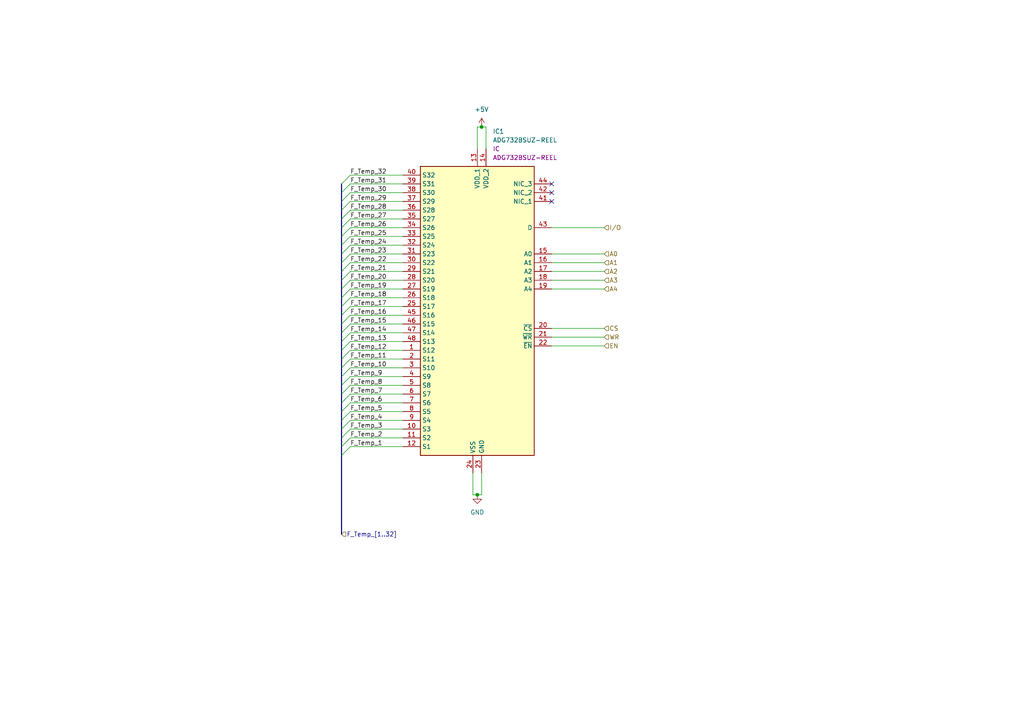
<source format=kicad_sch>
(kicad_sch (version 20230121) (generator eeschema)
  (paper "A4")
  (lib_symbols
    (symbol "ADG732BSUZ-REEL_1"
      (property "Reference" "IC" (at 0 0 0))
      (property "Value" "ADG732BSUZ-REEL" (at -46.99 -1.27 0))
      (property "Reference_1" "IC" (at 39.37 17.78 0))
      (property "Value_1" "ADG732BSUZ-REEL" (at 39.37 15.24 0))
      (symbol "ADG732BSUZ-REEL_1_1_1"
        (rectangle (start 5.08 5.08) (end 38.1 -78.74) (stroke (width 0.254)) (fill (type background)))
        (pin passive line (at 0 -48.26 0) (length 5.08) (name "S12") (number "1"))
        (pin passive line (at 0 -71.12 0) (length 5.08) (name "S3") (number "10"))
        (pin passive line (at 0 -73.66 0) (length 5.08) (name "S2") (number "11"))
        (pin passive line (at 0 -76.2 0) (length 5.08) (name "S1") (number "12"))
        (pin passive line (at 21.59 10.16 270) (length 5.08) (name "VDD_1") (number "13"))
        (pin passive line (at 24.13 10.16 270) (length 5.08) (name "VDD_2") (number "14"))
        (pin passive line (at 43.18 -20.32 180) (length 5.08) (name "A0") (number "15"))
        (pin passive line (at 43.18 -22.86 180) (length 5.08) (name "A1") (number "16"))
        (pin passive line (at 43.18 -25.4 180) (length 5.08) (name "A2") (number "17"))
        (pin passive line (at 43.18 -27.94 180) (length 5.08) (name "A3") (number "18"))
        (pin passive line (at 43.18 -30.48 180) (length 5.08) (name "A4") (number "19"))
        (pin passive line (at 0 -50.8 0) (length 5.08) (name "S11") (number "2"))
        (pin passive line (at 43.18 -41.91 180) (length 5.08) (name "~{CS}") (number "20"))
        (pin passive line (at 43.18 -44.45 180) (length 5.08) (name "~{WR}") (number "21"))
        (pin passive line (at 43.18 -46.99 180) (length 5.08) (name "~{EN}") (number "22"))
        (pin passive line (at 22.86 -83.82 90) (length 5.08) (name "GND") (number "23"))
        (pin passive line (at 20.32 -83.82 90) (length 5.08) (name "VSS") (number "24"))
        (pin passive line (at 0 -35.56 0) (length 5.08) (name "S17") (number "25"))
        (pin passive line (at 0 -33.02 0) (length 5.08) (name "S18") (number "26"))
        (pin passive line (at 0 -30.48 0) (length 5.08) (name "S19") (number "27"))
        (pin passive line (at 0 -27.94 0) (length 5.08) (name "S20") (number "28"))
        (pin passive line (at 0 -25.4 0) (length 5.08) (name "S21") (number "29"))
        (pin passive line (at 0 -53.34 0) (length 5.08) (name "S10") (number "3"))
        (pin passive line (at 0 -22.86 0) (length 5.08) (name "S22") (number "30"))
        (pin passive line (at 0 -20.32 0) (length 5.08) (name "S23") (number "31"))
        (pin passive line (at 0 -17.78 0) (length 5.08) (name "S24") (number "32"))
        (pin passive line (at 0 -15.24 0) (length 5.08) (name "S25") (number "33"))
        (pin passive line (at 0 -12.7 0) (length 5.08) (name "S26") (number "34"))
        (pin passive line (at 0 -10.16 0) (length 5.08) (name "S27") (number "35"))
        (pin passive line (at 0 -7.62 0) (length 5.08) (name "S28") (number "36"))
        (pin passive line (at 0 -5.08 0) (length 5.08) (name "S29") (number "37"))
        (pin passive line (at 0 -2.54 0) (length 5.08) (name "S30") (number "38"))
        (pin passive line (at 0 0 0) (length 5.08) (name "S31") (number "39"))
        (pin passive line (at 0 -55.88 0) (length 5.08) (name "S9") (number "4"))
        (pin passive line (at 0 2.54 0) (length 5.08) (name "S32") (number "40"))
        (pin passive line (at 43.18 -5.08 180) (length 5.08) (name "NIC_1") (number "41"))
        (pin passive line (at 43.18 -2.54 180) (length 5.08) (name "NIC_2") (number "42"))
        (pin passive line (at 43.18 -12.7 180) (length 5.08) (name "D") (number "43"))
        (pin passive line (at 43.18 0 180) (length 5.08) (name "NIC_3") (number "44"))
        (pin passive line (at 0 -38.1 0) (length 5.08) (name "S16") (number "45"))
        (pin passive line (at 0 -40.64 0) (length 5.08) (name "S15") (number "46"))
        (pin passive line (at 0 -43.18 0) (length 5.08) (name "S14") (number "47"))
        (pin passive line (at 0 -45.72 0) (length 5.08) (name "S13") (number "48"))
        (pin passive line (at 0 -58.42 0) (length 5.08) (name "S8") (number "5"))
        (pin passive line (at 0 -60.96 0) (length 5.08) (name "S7") (number "6"))
        (pin passive line (at 0 -63.5 0) (length 5.08) (name "S6") (number "7"))
        (pin passive line (at 0 -66.04 0) (length 5.08) (name "S5") (number "8"))
        (pin passive line (at 0 -68.58 0) (length 5.08) (name "S4") (number "9"))
      )
    )
    (symbol "PCM_4ms_Power-symbol:+5V" (power) (pin_names (offset 0))
      (property "Value" "+5V" (at 0 3.556 0))
      (symbol "+5V_0_1"
        (polyline (pts (xy -0.762 1.27) (xy 0 2.54)))
        (polyline (pts (xy 0 0) (xy 0 2.54)))
        (polyline (pts (xy 0 2.54) (xy 0.762 1.27)))
      )
      (symbol "+5V_1_1"
        (pin power_in line (at 0 0 90) (length 0) hide (name "+5V") (number "1"))
      )
    )
    (symbol "PCM_4ms_Power-symbol:GND" (power) (pin_names (offset 0))
      (property "Value" "GND" (at 0 -3.81 0))
      (symbol "GND_0_1"
        (polyline (pts (xy 0 0) (xy 0 -1.27) (xy 1.27 -1.27) (xy 0 -2.54) (xy -1.27 -1.27) (xy 0 -1.27)))
      )
      (symbol "GND_1_1"
        (pin power_in line (at 0 0 270) (length 0) hide (name "GND") (number "1"))
      )
    )
  )
  (junction (at 138.43 143.51))
  (junction (at 139.7 36.83))
  (no_connect (at 160.02 58.42))
  (no_connect (at 160.02 53.34))
  (no_connect (at 160.02 55.88))
  (bus_entry (at 101.6 104.14) (size -2.54 2.54))
  (bus_entry (at 101.6 83.82) (size -2.54 2.54))
  (bus_entry (at 101.6 68.58) (size -2.54 2.54))
  (bus_entry (at 101.6 106.68) (size -2.54 2.54))
  (bus_entry (at 101.6 71.12) (size -2.54 2.54))
  (bus_entry (at 101.6 93.98) (size -2.54 2.54))
  (bus_entry (at 101.6 101.6) (size -2.54 2.54))
  (bus_entry (at 101.6 78.74) (size -2.54 2.54))
  (bus_entry (at 101.6 50.8) (size -2.54 2.54))
  (bus_entry (at 101.6 58.42) (size -2.54 2.54))
  (bus_entry (at 101.6 129.54) (size -2.54 2.54))
  (bus_entry (at 101.6 99.06) (size -2.54 2.54))
  (bus_entry (at 101.6 119.38) (size -2.54 2.54))
  (bus_entry (at 101.6 109.22) (size -2.54 2.54))
  (bus_entry (at 101.6 116.84) (size -2.54 2.54))
  (bus_entry (at 101.6 73.66) (size -2.54 2.54))
  (bus_entry (at 101.6 66.04) (size -2.54 2.54))
  (bus_entry (at 101.6 88.9) (size -2.54 2.54))
  (bus_entry (at 101.6 86.36) (size -2.54 2.54))
  (bus_entry (at 101.6 127) (size -2.54 2.54))
  (bus_entry (at 101.6 121.92) (size -2.54 2.54))
  (bus_entry (at 101.6 81.28) (size -2.54 2.54))
  (bus_entry (at 101.6 114.3) (size -2.54 2.54))
  (bus_entry (at 101.6 53.34) (size -2.54 2.54))
  (bus_entry (at 101.6 96.52) (size -2.54 2.54))
  (bus_entry (at 101.6 55.88) (size -2.54 2.54))
  (bus_entry (at 101.6 91.44) (size -2.54 2.54))
  (bus_entry (at 101.6 60.96) (size -2.54 2.54))
  (bus_entry (at 101.6 63.5) (size -2.54 2.54))
  (bus_entry (at 101.6 111.76) (size -2.54 2.54))
  (bus_entry (at 101.6 124.46) (size -2.54 2.54))
  (bus_entry (at 101.6 76.2) (size -2.54 2.54))
  (bus (pts (xy 99.06 68.58) (xy 99.06 71.12)))
  (wire (pts (xy 138.43 43.18) (xy 138.43 36.83)))
  (bus (pts (xy 99.06 83.82) (xy 99.06 86.36)))
  (wire (pts (xy 116.84 127) (xy 101.6 127)))
  (wire (pts (xy 160.02 73.66) (xy 175.26 73.66)))
  (wire (pts (xy 116.84 124.46) (xy 101.6 124.46)))
  (bus (pts (xy 99.06 73.66) (xy 99.06 76.2)))
  (wire (pts (xy 116.84 55.88) (xy 101.6 55.88)))
  (wire (pts (xy 116.84 53.34) (xy 101.6 53.34)))
  (bus (pts (xy 99.06 124.46) (xy 99.06 127)))
  (wire (pts (xy 116.84 96.52) (xy 101.6 96.52)))
  (bus (pts (xy 99.06 132.08) (xy 99.06 154.94)))
  (bus (pts (xy 99.06 111.76) (xy 99.06 114.3)))
  (wire (pts (xy 116.84 104.14) (xy 101.6 104.14)))
  (wire (pts (xy 116.84 73.66) (xy 101.6 73.66)))
  (wire (pts (xy 160.02 83.82) (xy 175.26 83.82)))
  (wire (pts (xy 116.84 60.96) (xy 101.6 60.96)))
  (bus (pts (xy 99.06 106.68) (xy 99.06 109.22)))
  (bus (pts (xy 99.06 101.6) (xy 99.06 104.14)))
  (wire (pts (xy 160.02 97.79) (xy 175.26 97.79)))
  (bus (pts (xy 99.06 91.44) (xy 99.06 93.98)))
  (bus (pts (xy 99.06 93.98) (xy 99.06 96.52)))
  (bus (pts (xy 99.06 114.3) (xy 99.06 116.84)))
  (bus (pts (xy 99.06 88.9) (xy 99.06 91.44)))
  (wire (pts (xy 116.84 63.5) (xy 101.6 63.5)))
  (wire (pts (xy 160.02 76.2) (xy 175.26 76.2)))
  (wire (pts (xy 116.84 101.6) (xy 101.6 101.6)))
  (bus (pts (xy 99.06 86.36) (xy 99.06 88.9)))
  (wire (pts (xy 116.84 106.68) (xy 101.6 106.68)))
  (wire (pts (xy 116.84 78.74) (xy 101.6 78.74)))
  (wire (pts (xy 138.43 36.83) (xy 139.7 36.83)))
  (wire (pts (xy 138.43 143.51) (xy 139.7 143.51)))
  (wire (pts (xy 116.84 99.06) (xy 101.6 99.06)))
  (bus (pts (xy 99.06 63.5) (xy 99.06 66.04)))
  (bus (pts (xy 99.06 58.42) (xy 99.06 60.96)))
  (wire (pts (xy 116.84 68.58) (xy 101.6 68.58)))
  (bus (pts (xy 99.06 129.54) (xy 99.06 132.08)))
  (wire (pts (xy 116.84 114.3) (xy 101.6 114.3)))
  (wire (pts (xy 160.02 100.33) (xy 175.26 100.33)))
  (bus (pts (xy 99.06 109.22) (xy 99.06 111.76)))
  (wire (pts (xy 160.02 95.25) (xy 175.26 95.25)))
  (wire (pts (xy 116.84 119.38) (xy 101.6 119.38)))
  (bus (pts (xy 99.06 53.34) (xy 99.06 55.88)))
  (bus (pts (xy 99.06 99.06) (xy 99.06 101.6)))
  (wire (pts (xy 137.16 143.51) (xy 138.43 143.51)))
  (bus (pts (xy 99.06 104.14) (xy 99.06 106.68)))
  (wire (pts (xy 116.84 71.12) (xy 101.6 71.12)))
  (wire (pts (xy 116.84 58.42) (xy 101.6 58.42)))
  (wire (pts (xy 160.02 81.28) (xy 175.26 81.28)))
  (bus (pts (xy 99.06 66.04) (xy 99.06 68.58)))
  (wire (pts (xy 116.84 88.9) (xy 101.6 88.9)))
  (bus (pts (xy 99.06 76.2) (xy 99.06 78.74)))
  (wire (pts (xy 116.84 109.22) (xy 101.6 109.22)))
  (wire (pts (xy 160.02 78.74) (xy 175.26 78.74)))
  (bus (pts (xy 99.06 121.92) (xy 99.06 124.46)))
  (wire (pts (xy 116.84 81.28) (xy 101.6 81.28)))
  (bus (pts (xy 99.06 55.88) (xy 99.06 58.42)))
  (wire (pts (xy 160.02 66.04) (xy 175.26 66.04)))
  (wire (pts (xy 116.84 76.2) (xy 101.6 76.2)))
  (wire (pts (xy 116.84 111.76) (xy 101.6 111.76)))
  (wire (pts (xy 140.97 43.18) (xy 140.97 36.83)))
  (bus (pts (xy 99.06 119.38) (xy 99.06 121.92)))
  (wire (pts (xy 116.84 91.44) (xy 101.6 91.44)))
  (bus (pts (xy 99.06 78.74) (xy 99.06 81.28)))
  (wire (pts (xy 116.84 121.92) (xy 101.6 121.92)))
  (bus (pts (xy 99.06 81.28) (xy 99.06 83.82)))
  (wire (pts (xy 116.84 116.84) (xy 101.6 116.84)))
  (wire (pts (xy 137.16 137.16) (xy 137.16 143.51)))
  (bus (pts (xy 99.06 127) (xy 99.06 129.54)))
  (wire (pts (xy 116.84 93.98) (xy 101.6 93.98)))
  (wire (pts (xy 116.84 66.04) (xy 101.6 66.04)))
  (bus (pts (xy 99.06 71.12) (xy 99.06 73.66)))
  (bus (pts (xy 99.06 116.84) (xy 99.06 119.38)))
  (wire (pts (xy 116.84 83.82) (xy 101.6 83.82)))
  (wire (pts (xy 116.84 86.36) (xy 101.6 86.36)))
  (wire (pts (xy 116.84 129.54) (xy 101.6 129.54)))
  (wire (pts (xy 140.97 36.83) (xy 139.7 36.83)))
  (wire (pts (xy 116.84 50.8) (xy 101.6 50.8)))
  (bus (pts (xy 99.06 96.52) (xy 99.06 99.06)))
  (bus (pts (xy 99.06 60.96) (xy 99.06 63.5)))
  (wire (pts (xy 139.7 137.16) (xy 139.7 143.51)))
  (label "F_Temp_10" (at 101.6 106.68 0))
  (label "F_Temp_2" (at 101.6 127 0))
  (label "F_Temp_3" (at 101.6 124.46 0))
  (label "F_Temp_24" (at 101.6 71.12 0))
  (label "F_Temp_23" (at 101.6 73.66 0))
  (label "F_Temp_11" (at 101.6 104.14 0))
  (label "F_Temp_18" (at 101.6 86.36 0))
  (label "F_Temp_28" (at 101.6 60.96 0))
  (label "F_Temp_21" (at 101.6 78.74 0))
  (label "F_Temp_26" (at 101.6 66.04 0))
  (label "F_Temp_30" (at 101.6 55.88 0))
  (label "F_Temp_25" (at 101.6 68.58 0))
  (label "F_Temp_4" (at 101.6 121.92 0))
  (label "F_Temp_1" (at 101.6 129.54 0))
  (label "F_Temp_7" (at 101.6 114.3 0))
  (label "F_Temp_27" (at 101.6 63.5 0))
  (label "F_Temp_8" (at 101.6 111.76 0))
  (label "F_Temp_15" (at 101.6 93.98 0))
  (label "F_Temp_22" (at 101.6 76.2 0))
  (label "F_Temp_12" (at 101.6 101.6 0))
  (label "F_Temp_14" (at 101.6 96.52 0))
  (label "F_Temp_9" (at 101.6 109.22 0))
  (label "F_Temp_19" (at 101.6 83.82 0))
  (label "F_Temp_32" (at 101.6 50.8 0))
  (label "F_Temp_16" (at 101.6 91.44 0))
  (label "F_Temp_20" (at 101.6 81.28 0))
  (label "F_Temp_17" (at 101.6 88.9 0))
  (label "F_Temp_13" (at 101.6 99.06 0))
  (label "F_Temp_6" (at 101.6 116.84 0))
  (label "F_Temp_5" (at 101.6 119.38 0))
  (label "F_Temp_31" (at 101.6 53.34 0))
  (label "F_Temp_29" (at 101.6 58.42 0))
  (hierarchical_label "A2" (shape input) (at 175.26 78.74 0))
  (hierarchical_label "I{slash}O" (shape input) (at 175.26 66.04 0))
  (hierarchical_label "CS" (shape input) (at 175.26 95.25 0))
  (hierarchical_label "A4" (shape input) (at 175.26 83.82 0))
  (hierarchical_label "A1" (shape input) (at 175.26 76.2 0))
  (hierarchical_label "WR" (shape input) (at 175.26 97.79 0))
  (hierarchical_label "EN" (shape input) (at 175.26 100.33 0))
  (hierarchical_label "A3" (shape input) (at 175.26 81.28 0))
  (hierarchical_label "F_Temp_[1..32]" (shape input) (at 99.06 154.94 0))
  (hierarchical_label "A0" (shape input) (at 175.26 73.66 0))
  (symbol (lib_id "PCM_4ms_Power-symbol:GND") (at 138.43 143.51 0) (unit 1)
    (property "Reference" "#PWR06" (effects hide))
    (property "Value" "GND" (at 138.43 148.59 0))
  )
  (symbol (lib_name "ADG732BSUZ-REEL_1") (lib_id "NTC_Board:ADG732BSUZ-REEL") (at 116.84 53.34 0) (unit 1)
    (property "Reference" "IC1" (at 142.9259 38.1 0) (effects (justify left)))
    (property "Value" "ADG732BSUZ-REEL" (at 142.9259 40.64 0) (effects (justify left)))
    (property "Footprint" "Custom:QFP50P900X900X120-48N" (effects hide))
    (property "Reference_1" "IC" (at 142.9259 43.18 0) (effects (justify left)))
    (property "Value_1" "ADG732BSUZ-REEL" (at 142.9259 45.72 0) (effects (justify left)))
    (property "Footprint_1" "QFP50P900X900X120-48N" (effects hide))
    (property "Datasheet_1" "https://componentsearchengine.com/Datasheets/1/ADG732BSUZ-REEL.pdf" (effects hide))
    (property "Height" "1.2" (effects hide))
    (property "Manufacturer_Name" "Analog Devices" (effects hide))
    (property "Manufacturer_Part_Number" "ADG732BSUZ-REEL" (effects hide))
    (property "Mouser Part Number" "584-ADG732BSUZ-R" (effects hide))
    (property "Mouser Price/Stock" "https://www.mouser.co.uk/ProductDetail/Analog-Devices/ADG732BSUZ-REEL?qs=BpaRKvA4VqGYLEdHjoL3%2FQ%3D%3D" (effects hide))
    (property "Arrow Part Number" "ADG732BSUZ-REEL" (effects hide))
    (property "Arrow Price/Stock" "https://www.arrow.com/en/products/adg732bsuz-reel/analog-devices?region=nac" (effects hide))
  )
  (symbol (lib_id "PCM_4ms_Power-symbol:+5V") (at 139.7 36.83 0) (unit 1)
    (property "Reference" "#PWR05" (effects hide))
    (property "Value" "+5V" (at 139.7 31.75 0))
  )
)
</source>
